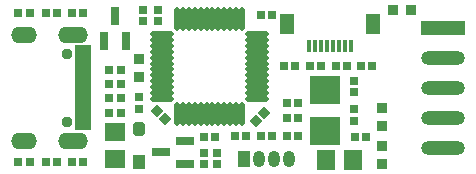
<source format=gts>
G04*
G04 #@! TF.GenerationSoftware,Altium Limited,Altium Designer,22.1.2 (22)*
G04*
G04 Layer_Color=8388736*
%FSLAX25Y25*%
%MOIN*%
G70*
G04*
G04 #@! TF.SameCoordinates,32997ABC-C250-4A50-851A-9512557143E5*
G04*
G04*
G04 #@! TF.FilePolarity,Negative*
G04*
G01*
G75*
%ADD38R,0.03162X0.05918*%
%ADD39R,0.03800X0.03800*%
%ADD40R,0.02965X0.03162*%
%ADD41R,0.03162X0.02965*%
%ADD42R,0.05118X0.06693*%
%ADD43R,0.01575X0.03937*%
%ADD44R,0.03800X0.03800*%
%ADD45R,0.05918X0.03162*%
%ADD46R,0.10249X0.09461*%
%ADD47O,0.07887X0.01981*%
%ADD48O,0.01981X0.07887*%
G04:AMPARAMS|DCode=49|XSize=31.62mil|YSize=29.65mil|CornerRadius=0mil|HoleSize=0mil|Usage=FLASHONLY|Rotation=45.000|XOffset=0mil|YOffset=0mil|HoleType=Round|Shape=Rectangle|*
%AMROTATEDRECTD49*
4,1,4,-0.00070,-0.02166,-0.02166,-0.00070,0.00070,0.02166,0.02166,0.00070,-0.00070,-0.02166,0.0*
%
%ADD49ROTATEDRECTD49*%

G04:AMPARAMS|DCode=50|XSize=31.62mil|YSize=29.65mil|CornerRadius=0mil|HoleSize=0mil|Usage=FLASHONLY|Rotation=135.000|XOffset=0mil|YOffset=0mil|HoleType=Round|Shape=Rectangle|*
%AMROTATEDRECTD50*
4,1,4,0.02166,-0.00070,0.00070,-0.02166,-0.02166,0.00070,-0.00070,0.02166,0.02166,-0.00070,0.0*
%
%ADD50ROTATEDRECTD50*%

%ADD51R,0.03950X0.04737*%
G04:AMPARAMS|DCode=52|XSize=47.37mil|YSize=39.5mil|CornerRadius=0mil|HoleSize=0mil|Usage=FLASHONLY|Rotation=90.000|XOffset=0mil|YOffset=0mil|HoleType=Round|Shape=Octagon|*
%AMOCTAGOND52*
4,1,8,0.00987,0.02368,-0.00987,0.02368,-0.01975,0.01381,-0.01975,-0.01381,-0.00987,-0.02368,0.00987,-0.02368,0.01975,-0.01381,0.01975,0.01381,0.00987,0.02368,0.0*
%
%ADD52OCTAGOND52*%

%ADD53R,0.06706X0.06056*%
%ADD54R,0.06056X0.06706*%
%ADD55O,0.14580X0.04816*%
%ADD56R,0.14580X0.04816*%
%ADD57R,0.05328X0.01981*%
%ADD58R,0.05320X0.01980*%
%ADD59O,0.03950X0.05524*%
%ADD60R,0.03950X0.05524*%
%ADD61O,0.09855X0.05524*%
%ADD62O,0.08674X0.05524*%
%ADD63C,0.03753*%
D38*
X40157Y53347D02*
D03*
X43898Y45079D02*
D03*
X36417D02*
D03*
D39*
X48031Y39221D02*
D03*
Y33221D02*
D03*
X129134Y10086D02*
D03*
Y4086D02*
D03*
X129134Y16685D02*
D03*
Y22685D02*
D03*
D40*
X119685Y18602D02*
D03*
Y22343D02*
D03*
X69685Y4035D02*
D03*
Y7776D02*
D03*
X54331Y55413D02*
D03*
Y51673D02*
D03*
X74016Y4035D02*
D03*
Y7776D02*
D03*
X49606Y51673D02*
D03*
Y55413D02*
D03*
X48031Y22539D02*
D03*
Y26280D02*
D03*
X119685Y31791D02*
D03*
Y28051D02*
D03*
D41*
X123917Y12992D02*
D03*
X120177D02*
D03*
X113878Y36614D02*
D03*
X117618D02*
D03*
X42028Y21260D02*
D03*
X38287D02*
D03*
X29429Y54331D02*
D03*
X25689D02*
D03*
X29429Y4724D02*
D03*
X25689D02*
D03*
X17028D02*
D03*
X20768D02*
D03*
X88808Y53678D02*
D03*
X92548D02*
D03*
X38287Y30709D02*
D03*
X42028D02*
D03*
X17028Y54331D02*
D03*
X20768D02*
D03*
X38287Y25984D02*
D03*
X42028D02*
D03*
X38287Y35433D02*
D03*
X42028D02*
D03*
X11713Y54331D02*
D03*
X7972D02*
D03*
X11713Y4724D02*
D03*
X7972D02*
D03*
X96555Y36614D02*
D03*
X100295D02*
D03*
X105217D02*
D03*
X108957D02*
D03*
X122146D02*
D03*
X125886D02*
D03*
X69784Y12992D02*
D03*
X73524D02*
D03*
X97342Y13386D02*
D03*
X101083D02*
D03*
Y19291D02*
D03*
X97342D02*
D03*
X88681Y13386D02*
D03*
X92421D02*
D03*
X101083Y24409D02*
D03*
X97342D02*
D03*
X80020Y13386D02*
D03*
X83760D02*
D03*
D42*
X125985Y50886D02*
D03*
X97637D02*
D03*
D43*
X104920Y43603D02*
D03*
X106889D02*
D03*
X108858D02*
D03*
X110827D02*
D03*
X112794D02*
D03*
X114763D02*
D03*
X116732D02*
D03*
X118701D02*
D03*
D44*
X138826Y55590D02*
D03*
X132826D02*
D03*
D45*
X63634Y4260D02*
D03*
Y11740D02*
D03*
X55366Y8000D02*
D03*
D46*
X110236Y15157D02*
D03*
Y28937D02*
D03*
D47*
X87598Y25787D02*
D03*
Y27756D02*
D03*
Y29724D02*
D03*
Y31693D02*
D03*
Y33661D02*
D03*
Y35630D02*
D03*
Y37598D02*
D03*
Y39567D02*
D03*
Y41535D02*
D03*
Y43504D02*
D03*
Y45472D02*
D03*
Y47441D02*
D03*
X55709D02*
D03*
Y45472D02*
D03*
Y43504D02*
D03*
Y41535D02*
D03*
Y39567D02*
D03*
Y37598D02*
D03*
Y35630D02*
D03*
Y33661D02*
D03*
Y31693D02*
D03*
Y29724D02*
D03*
Y27756D02*
D03*
Y25787D02*
D03*
D48*
X82480Y52559D02*
D03*
X80512D02*
D03*
X78543D02*
D03*
X76575D02*
D03*
X74606D02*
D03*
X72638D02*
D03*
X70669D02*
D03*
X68701D02*
D03*
X66732D02*
D03*
X64764D02*
D03*
X62795D02*
D03*
X60827D02*
D03*
Y20669D02*
D03*
X62795D02*
D03*
X64764D02*
D03*
X66732D02*
D03*
X68701D02*
D03*
X70669D02*
D03*
X72638D02*
D03*
X74606D02*
D03*
X76575D02*
D03*
X78543D02*
D03*
X80512D02*
D03*
X82480D02*
D03*
D49*
X87260Y18363D02*
D03*
X89905Y21007D02*
D03*
D50*
X56822Y19178D02*
D03*
X54178Y21822D02*
D03*
D51*
X48031Y4724D02*
D03*
D52*
Y15748D02*
D03*
D53*
X40157Y14734D02*
D03*
Y5738D02*
D03*
D54*
X119459Y5512D02*
D03*
X110463D02*
D03*
D55*
X149606Y9528D02*
D03*
Y29528D02*
D03*
Y39528D02*
D03*
Y19528D02*
D03*
D56*
Y49528D02*
D03*
D57*
X29428Y16339D02*
D03*
Y17520D02*
D03*
X29428Y19488D02*
D03*
Y20670D02*
D03*
X29428Y22638D02*
D03*
Y26575D02*
D03*
X29422Y28544D02*
D03*
X29428Y30512D02*
D03*
X29421Y32481D02*
D03*
X29430Y34449D02*
D03*
X29412Y38386D02*
D03*
Y39567D02*
D03*
X29422Y41536D02*
D03*
Y42717D02*
D03*
D58*
X29428Y24607D02*
D03*
X29428Y36417D02*
D03*
D59*
X98051Y5906D02*
D03*
X93051D02*
D03*
X88051D02*
D03*
D60*
X83051D02*
D03*
D61*
X26279Y47245D02*
D03*
X26279Y11811D02*
D03*
D62*
X9940Y11811D02*
D03*
X9940Y47244D02*
D03*
D63*
X24310Y18149D02*
D03*
Y40905D02*
D03*
M02*

</source>
